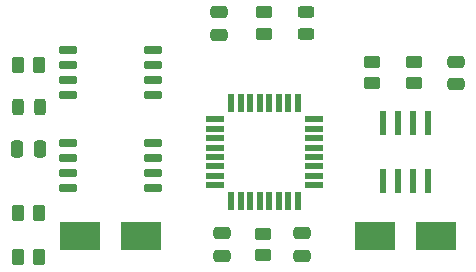
<source format=gtp>
%TF.GenerationSoftware,KiCad,Pcbnew,8.0.8*%
%TF.CreationDate,2025-02-04T21:51:42-04:00*%
%TF.ProjectId,ATMega328P-512K-Datalogger-4L,41544d65-6761-4333-9238-502d3531324b,1*%
%TF.SameCoordinates,Original*%
%TF.FileFunction,Paste,Top*%
%TF.FilePolarity,Positive*%
%FSLAX46Y46*%
G04 Gerber Fmt 4.6, Leading zero omitted, Abs format (unit mm)*
G04 Created by KiCad (PCBNEW 8.0.8) date 2025-02-04 21:51:42*
%MOMM*%
%LPD*%
G01*
G04 APERTURE LIST*
G04 Aperture macros list*
%AMRoundRect*
0 Rectangle with rounded corners*
0 $1 Rounding radius*
0 $2 $3 $4 $5 $6 $7 $8 $9 X,Y pos of 4 corners*
0 Add a 4 corners polygon primitive as box body*
4,1,4,$2,$3,$4,$5,$6,$7,$8,$9,$2,$3,0*
0 Add four circle primitives for the rounded corners*
1,1,$1+$1,$2,$3*
1,1,$1+$1,$4,$5*
1,1,$1+$1,$6,$7*
1,1,$1+$1,$8,$9*
0 Add four rect primitives between the rounded corners*
20,1,$1+$1,$2,$3,$4,$5,0*
20,1,$1+$1,$4,$5,$6,$7,0*
20,1,$1+$1,$6,$7,$8,$9,0*
20,1,$1+$1,$8,$9,$2,$3,0*%
G04 Aperture macros list end*
%ADD10RoundRect,0.150000X-0.650000X-0.150000X0.650000X-0.150000X0.650000X0.150000X-0.650000X0.150000X0*%
%ADD11RoundRect,0.250000X0.450000X-0.262500X0.450000X0.262500X-0.450000X0.262500X-0.450000X-0.262500X0*%
%ADD12RoundRect,0.250000X-0.262500X-0.450000X0.262500X-0.450000X0.262500X0.450000X-0.262500X0.450000X0*%
%ADD13RoundRect,0.068750X-0.666250X-0.206250X0.666250X-0.206250X0.666250X0.206250X-0.666250X0.206250X0*%
%ADD14RoundRect,0.068750X-0.206250X-0.666250X0.206250X-0.666250X0.206250X0.666250X-0.206250X0.666250X0*%
%ADD15RoundRect,0.250000X0.475000X-0.250000X0.475000X0.250000X-0.475000X0.250000X-0.475000X-0.250000X0*%
%ADD16RoundRect,0.250000X-0.475000X0.250000X-0.475000X-0.250000X0.475000X-0.250000X0.475000X0.250000X0*%
%ADD17RoundRect,0.073750X0.221250X-0.911250X0.221250X0.911250X-0.221250X0.911250X-0.221250X-0.911250X0*%
%ADD18R,3.500000X2.400000*%
%ADD19RoundRect,0.243750X-0.456250X0.243750X-0.456250X-0.243750X0.456250X-0.243750X0.456250X0.243750X0*%
%ADD20RoundRect,0.243750X-0.243750X-0.456250X0.243750X-0.456250X0.243750X0.456250X-0.243750X0.456250X0*%
%ADD21RoundRect,0.250000X-0.450000X0.262500X-0.450000X-0.262500X0.450000X-0.262500X0.450000X0.262500X0*%
%ADD22RoundRect,0.250000X-0.250000X-0.475000X0.250000X-0.475000X0.250000X0.475000X-0.250000X0.475000X0*%
G04 APERTURE END LIST*
D10*
%TO.C,U3*%
X132500000Y-93434000D03*
X132500000Y-94704000D03*
X132500000Y-95974000D03*
X132500000Y-97244000D03*
X139700000Y-97244000D03*
X139700000Y-95974000D03*
X139700000Y-94704000D03*
X139700000Y-93434000D03*
%TD*%
D11*
%TO.C,R1*%
X149098000Y-92073500D03*
X149098000Y-90248500D03*
%TD*%
D12*
%TO.C,R6*%
X128223000Y-107286000D03*
X130048000Y-107286000D03*
%TD*%
D13*
%TO.C,U1*%
X144928000Y-99308000D03*
X144928000Y-100108000D03*
X144928000Y-100908000D03*
X144928000Y-101708000D03*
X144928000Y-102508000D03*
X144928000Y-103308000D03*
X144928000Y-104108000D03*
X144928000Y-104908000D03*
D14*
X146298000Y-106278000D03*
X147098000Y-106278000D03*
X147898000Y-106278000D03*
X148698000Y-106278000D03*
X149498000Y-106278000D03*
X150298000Y-106278000D03*
X151098000Y-106278000D03*
X151898000Y-106278000D03*
D13*
X153268000Y-104908000D03*
X153268000Y-104108000D03*
X153268000Y-103308000D03*
X153268000Y-102508000D03*
X153268000Y-101708000D03*
X153268000Y-100908000D03*
X153268000Y-100108000D03*
X153268000Y-99308000D03*
D14*
X151898000Y-97938000D03*
X151098000Y-97938000D03*
X150298000Y-97938000D03*
X149498000Y-97938000D03*
X148698000Y-97938000D03*
X147898000Y-97938000D03*
X147098000Y-97938000D03*
X146298000Y-97938000D03*
%TD*%
D15*
%TO.C,C1*%
X145288000Y-92148500D03*
X145288000Y-90248500D03*
%TD*%
D10*
%TO.C,U4*%
X132500000Y-101308000D03*
X132500000Y-102578000D03*
X132500000Y-103848000D03*
X132500000Y-105118000D03*
X139700000Y-105118000D03*
X139700000Y-103848000D03*
X139700000Y-102578000D03*
X139700000Y-101308000D03*
%TD*%
D16*
%TO.C,C5*%
X165354000Y-94450000D03*
X165354000Y-96350000D03*
%TD*%
D17*
%TO.C,U2*%
X159131000Y-104545000D03*
X160401000Y-104545000D03*
X161671000Y-104545000D03*
X162941000Y-104545000D03*
X162941000Y-99595000D03*
X161671000Y-99595000D03*
X160401000Y-99595000D03*
X159131000Y-99595000D03*
%TD*%
D18*
%TO.C,Y2*%
X163636000Y-109182000D03*
X158436000Y-109182000D03*
%TD*%
D15*
%TO.C,C2*%
X152273000Y-110871000D03*
X152273000Y-108971000D03*
%TD*%
D19*
%TO.C,D1*%
X152654000Y-90248500D03*
X152654000Y-92123500D03*
%TD*%
D20*
%TO.C,D2*%
X128198000Y-98298000D03*
X130073000Y-98298000D03*
%TD*%
D18*
%TO.C,Y1*%
X138684000Y-109182000D03*
X133484000Y-109182000D03*
%TD*%
D21*
%TO.C,R5*%
X161798000Y-94450000D03*
X161798000Y-96275000D03*
%TD*%
D22*
%TO.C,C4*%
X128165500Y-101854000D03*
X130065500Y-101854000D03*
%TD*%
D12*
%TO.C,R3*%
X128223000Y-94742000D03*
X130048000Y-94742000D03*
%TD*%
%TO.C,R7*%
X128223000Y-110998000D03*
X130048000Y-110998000D03*
%TD*%
D21*
%TO.C,R4*%
X158242000Y-94450000D03*
X158242000Y-96275000D03*
%TD*%
D15*
%TO.C,C3*%
X145542000Y-110871000D03*
X145542000Y-108971000D03*
%TD*%
D11*
%TO.C,R2*%
X148971000Y-110813500D03*
X148971000Y-108988500D03*
%TD*%
M02*

</source>
